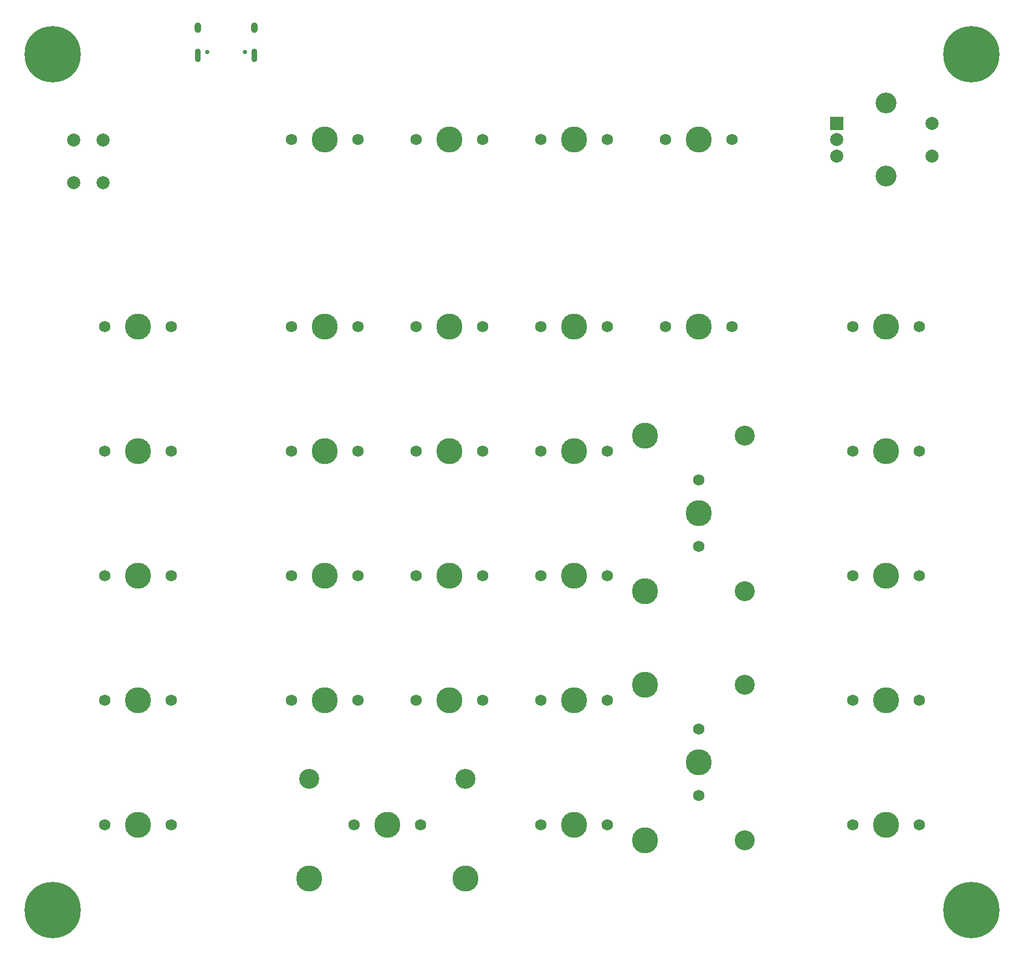
<source format=gbr>
G04 #@! TF.GenerationSoftware,KiCad,Pcbnew,(5.1.8)-1*
G04 #@! TF.CreationDate,2021-01-11T10:14:07+02:00*
G04 #@! TF.ProjectId,OsseyPad,4f737365-7950-4616-942e-6b696361645f,rev?*
G04 #@! TF.SameCoordinates,Original*
G04 #@! TF.FileFunction,Soldermask,Top*
G04 #@! TF.FilePolarity,Negative*
%FSLAX46Y46*%
G04 Gerber Fmt 4.6, Leading zero omitted, Abs format (unit mm)*
G04 Created by KiCad (PCBNEW (5.1.8)-1) date 2021-01-11 10:14:07*
%MOMM*%
%LPD*%
G01*
G04 APERTURE LIST*
%ADD10C,0.650000*%
%ADD11O,0.900000X2.100000*%
%ADD12O,1.000000X1.600000*%
%ADD13C,3.987800*%
%ADD14C,1.750000*%
%ADD15R,2.000000X2.000000*%
%ADD16C,2.000000*%
%ADD17C,3.200000*%
%ADD18C,3.048000*%
%ADD19C,0.900000*%
%ADD20C,8.600000*%
G04 APERTURE END LIST*
D10*
X54440000Y-27070000D03*
X48660000Y-27070000D03*
D11*
X55870000Y-27570000D03*
X47230000Y-27570000D03*
D12*
X55870000Y-23390000D03*
X47230000Y-23390000D03*
D13*
X66675000Y-40481250D03*
D14*
X61595000Y-40481250D03*
X71755000Y-40481250D03*
D13*
X38100000Y-88106250D03*
D14*
X33020000Y-88106250D03*
X43180000Y-88106250D03*
D15*
X144895000Y-37986250D03*
D16*
X144895000Y-40486250D03*
X144895000Y-42986250D03*
D17*
X152395000Y-34886250D03*
X152395000Y-46086250D03*
D16*
X159395000Y-37986250D03*
X159395000Y-42986250D03*
X28243750Y-47075000D03*
X32743750Y-47075000D03*
X28243750Y-40575000D03*
X32743750Y-40575000D03*
D13*
X38100000Y-69056250D03*
D14*
X33020000Y-69056250D03*
X43180000Y-69056250D03*
D13*
X76200000Y-145256250D03*
D14*
X71120000Y-145256250D03*
X81280000Y-145256250D03*
D18*
X64293750Y-138271250D03*
X88106250Y-138271250D03*
D13*
X64293750Y-153511250D03*
X88106250Y-153511250D03*
D19*
X167720419Y-156029581D03*
X165440000Y-155085000D03*
X163159581Y-156029581D03*
X162215000Y-158310000D03*
X163159581Y-160590419D03*
X165440000Y-161535000D03*
X167720419Y-160590419D03*
X168665000Y-158310000D03*
D20*
X165440000Y-158310000D03*
D19*
X27330419Y-156029581D03*
X25050000Y-155085000D03*
X22769581Y-156029581D03*
X21825000Y-158310000D03*
X22769581Y-160590419D03*
X25050000Y-161535000D03*
X27330419Y-160590419D03*
X28275000Y-158310000D03*
D20*
X25050000Y-158310000D03*
D19*
X167720419Y-25159581D03*
X165440000Y-24215000D03*
X163159581Y-25159581D03*
X162215000Y-27440000D03*
X163159581Y-29720419D03*
X165440000Y-30665000D03*
X167720419Y-29720419D03*
X168665000Y-27440000D03*
D20*
X165440000Y-27440000D03*
D19*
X27330419Y-25159581D03*
X25050000Y-24215000D03*
X22769581Y-25159581D03*
X21825000Y-27440000D03*
X22769581Y-29720419D03*
X25050000Y-30665000D03*
X27330419Y-29720419D03*
X28275000Y-27440000D03*
D20*
X25050000Y-27440000D03*
D13*
X152400000Y-145256250D03*
D14*
X147320000Y-145256250D03*
X157480000Y-145256250D03*
D13*
X123825000Y-135731250D03*
D14*
X123825000Y-130651250D03*
X123825000Y-140811250D03*
D18*
X130810000Y-123825000D03*
X130810000Y-147637500D03*
D13*
X115570000Y-123825000D03*
X115570000Y-147637500D03*
X104775000Y-145256250D03*
D14*
X99695000Y-145256250D03*
X109855000Y-145256250D03*
D13*
X38100000Y-145256250D03*
D14*
X33020000Y-145256250D03*
X43180000Y-145256250D03*
D13*
X152400000Y-126206250D03*
D14*
X147320000Y-126206250D03*
X157480000Y-126206250D03*
D13*
X104775000Y-126206250D03*
D14*
X99695000Y-126206250D03*
X109855000Y-126206250D03*
D13*
X85725000Y-126206250D03*
D14*
X80645000Y-126206250D03*
X90805000Y-126206250D03*
D13*
X66675000Y-126206250D03*
D14*
X61595000Y-126206250D03*
X71755000Y-126206250D03*
D13*
X38100000Y-126206250D03*
D14*
X33020000Y-126206250D03*
X43180000Y-126206250D03*
D13*
X152400000Y-107156250D03*
D14*
X147320000Y-107156250D03*
X157480000Y-107156250D03*
D13*
X123825000Y-97631250D03*
D14*
X123825000Y-92551250D03*
X123825000Y-102711250D03*
D18*
X130810000Y-85725000D03*
X130810000Y-109537500D03*
D13*
X115570000Y-85725000D03*
X115570000Y-109537500D03*
X104775000Y-107156250D03*
D14*
X99695000Y-107156250D03*
X109855000Y-107156250D03*
D13*
X85725000Y-107156250D03*
D14*
X80645000Y-107156250D03*
X90805000Y-107156250D03*
D13*
X66675000Y-107156250D03*
D14*
X61595000Y-107156250D03*
X71755000Y-107156250D03*
D13*
X38100000Y-107156250D03*
D14*
X33020000Y-107156250D03*
X43180000Y-107156250D03*
D13*
X152400000Y-88106250D03*
D14*
X147320000Y-88106250D03*
X157480000Y-88106250D03*
D13*
X104775000Y-88106250D03*
D14*
X99695000Y-88106250D03*
X109855000Y-88106250D03*
D13*
X85725000Y-88106250D03*
D14*
X80645000Y-88106250D03*
X90805000Y-88106250D03*
D13*
X66675000Y-88106250D03*
D14*
X61595000Y-88106250D03*
X71755000Y-88106250D03*
D13*
X152400000Y-69056250D03*
D14*
X147320000Y-69056250D03*
X157480000Y-69056250D03*
D13*
X123825000Y-69056250D03*
D14*
X118745000Y-69056250D03*
X128905000Y-69056250D03*
D13*
X104775000Y-69056250D03*
D14*
X99695000Y-69056250D03*
X109855000Y-69056250D03*
D13*
X85725000Y-69056250D03*
D14*
X80645000Y-69056250D03*
X90805000Y-69056250D03*
D13*
X66675000Y-69056250D03*
D14*
X61595000Y-69056250D03*
X71755000Y-69056250D03*
D13*
X123825000Y-40481250D03*
D14*
X118745000Y-40481250D03*
X128905000Y-40481250D03*
D13*
X104775000Y-40481250D03*
D14*
X99695000Y-40481250D03*
X109855000Y-40481250D03*
D13*
X85725000Y-40481250D03*
D14*
X80645000Y-40481250D03*
X90805000Y-40481250D03*
M02*

</source>
